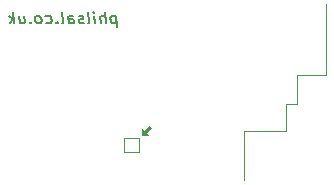
<source format=gbr>
G04 #@! TF.GenerationSoftware,KiCad,Pcbnew,(5.1.5)-3*
G04 #@! TF.CreationDate,2020-05-13T19:19:56+02:00*
G04 #@! TF.ProjectId,STRF,53545246-2e6b-4696-9361-645f70636258,rev?*
G04 #@! TF.SameCoordinates,Original*
G04 #@! TF.FileFunction,Legend,Bot*
G04 #@! TF.FilePolarity,Positive*
%FSLAX46Y46*%
G04 Gerber Fmt 4.6, Leading zero omitted, Abs format (unit mm)*
G04 Created by KiCad (PCBNEW (5.1.5)-3) date 2020-05-13 19:19:56*
%MOMM*%
%LPD*%
G04 APERTURE LIST*
%ADD10C,0.120000*%
%ADD11C,0.100000*%
%ADD12C,0.150000*%
G04 APERTURE END LIST*
D10*
X45900000Y-35925000D02*
X45900000Y-37800000D01*
X45900000Y-35475000D02*
X45900000Y-35925000D01*
D11*
G36*
X34450000Y-37550000D02*
G01*
X34050000Y-37950000D01*
X34200000Y-38100000D01*
X33700000Y-38100000D01*
X33700000Y-37600000D01*
X33850000Y-37750000D01*
X34250000Y-37350000D01*
X34450000Y-37550000D01*
G37*
X34450000Y-37550000D02*
X34050000Y-37950000D01*
X34200000Y-38100000D01*
X33700000Y-38100000D01*
X33700000Y-37600000D01*
X33850000Y-37750000D01*
X34250000Y-37350000D01*
X34450000Y-37550000D01*
D10*
X32200000Y-39550000D02*
X32200000Y-39500000D01*
X33150000Y-39550000D02*
X32200000Y-39550000D01*
X33400000Y-39550000D02*
X33150000Y-39550000D01*
X33400000Y-38700000D02*
X33400000Y-39550000D01*
X33400000Y-38350000D02*
X33400000Y-38700000D01*
X32200000Y-38350000D02*
X33400000Y-38350000D01*
X32200000Y-39500000D02*
X32200000Y-38350000D01*
X42325000Y-37800000D02*
X42325000Y-41900000D01*
X42325000Y-37800000D02*
X42675000Y-37800000D01*
X42700000Y-37800000D02*
X43850000Y-37800000D01*
X45900000Y-37800000D02*
X43850000Y-37800000D01*
X46200000Y-35475000D02*
X45925000Y-35475000D01*
X46825000Y-35475000D02*
X46225000Y-35475000D01*
X46850000Y-35225000D02*
X46850000Y-35475000D01*
X46850000Y-34125000D02*
X46850000Y-35225000D01*
X46850000Y-33000000D02*
X46850000Y-34100000D01*
X47925000Y-33000000D02*
X46850000Y-33000000D01*
X49250000Y-33000000D02*
X47950000Y-33000000D01*
X49250000Y-32250000D02*
X49250000Y-33000000D01*
X49250000Y-27050000D02*
X49250000Y-32225000D01*
D12*
X31466651Y-27985714D02*
X31591651Y-28985714D01*
X31472604Y-28033333D02*
X31371413Y-27985714D01*
X31180937Y-27985714D01*
X31091651Y-28033333D01*
X31049985Y-28080952D01*
X31014270Y-28176190D01*
X31049985Y-28461904D01*
X31109508Y-28557142D01*
X31163080Y-28604761D01*
X31264270Y-28652380D01*
X31454747Y-28652380D01*
X31544032Y-28604761D01*
X30645223Y-28652380D02*
X30520223Y-27652380D01*
X30216651Y-28652380D02*
X30151175Y-28128571D01*
X30186889Y-28033333D01*
X30276175Y-27985714D01*
X30419032Y-27985714D01*
X30520223Y-28033333D01*
X30573794Y-28080952D01*
X29740461Y-28652380D02*
X29657127Y-27985714D01*
X29615461Y-27652380D02*
X29669032Y-27700000D01*
X29627366Y-27747619D01*
X29573794Y-27700000D01*
X29615461Y-27652380D01*
X29627366Y-27747619D01*
X29121413Y-28652380D02*
X29210699Y-28604761D01*
X29246413Y-28509523D01*
X29139270Y-27652380D01*
X28782127Y-28604761D02*
X28692842Y-28652380D01*
X28502366Y-28652380D01*
X28401175Y-28604761D01*
X28341651Y-28509523D01*
X28335699Y-28461904D01*
X28371413Y-28366666D01*
X28460699Y-28319047D01*
X28603556Y-28319047D01*
X28692842Y-28271428D01*
X28728556Y-28176190D01*
X28722604Y-28128571D01*
X28663080Y-28033333D01*
X28561889Y-27985714D01*
X28419032Y-27985714D01*
X28329747Y-28033333D01*
X27502366Y-28652380D02*
X27436889Y-28128571D01*
X27472604Y-28033333D01*
X27561889Y-27985714D01*
X27752366Y-27985714D01*
X27853556Y-28033333D01*
X27496413Y-28604761D02*
X27597604Y-28652380D01*
X27835699Y-28652380D01*
X27924985Y-28604761D01*
X27960699Y-28509523D01*
X27948794Y-28414285D01*
X27889270Y-28319047D01*
X27788080Y-28271428D01*
X27549985Y-28271428D01*
X27448794Y-28223809D01*
X26883318Y-28652380D02*
X26972604Y-28604761D01*
X27008318Y-28509523D01*
X26901175Y-27652380D01*
X26490461Y-28557142D02*
X26448794Y-28604761D01*
X26502366Y-28652380D01*
X26544032Y-28604761D01*
X26490461Y-28557142D01*
X26502366Y-28652380D01*
X25591651Y-28604761D02*
X25692842Y-28652380D01*
X25883318Y-28652380D01*
X25972604Y-28604761D01*
X26014270Y-28557142D01*
X26049985Y-28461904D01*
X26014270Y-28176190D01*
X25954747Y-28080952D01*
X25901175Y-28033333D01*
X25799985Y-27985714D01*
X25609508Y-27985714D01*
X25520223Y-28033333D01*
X25026175Y-28652380D02*
X25115461Y-28604761D01*
X25157127Y-28557142D01*
X25192842Y-28461904D01*
X25157127Y-28176190D01*
X25097604Y-28080952D01*
X25044032Y-28033333D01*
X24942842Y-27985714D01*
X24799985Y-27985714D01*
X24710699Y-28033333D01*
X24669032Y-28080952D01*
X24633318Y-28176190D01*
X24669032Y-28461904D01*
X24728556Y-28557142D01*
X24782127Y-28604761D01*
X24883318Y-28652380D01*
X25026175Y-28652380D01*
X24252366Y-28557142D02*
X24210699Y-28604761D01*
X24264270Y-28652380D01*
X24305937Y-28604761D01*
X24252366Y-28557142D01*
X24264270Y-28652380D01*
X23276175Y-27985714D02*
X23359508Y-28652380D01*
X23704747Y-27985714D02*
X23770223Y-28509523D01*
X23734508Y-28604761D01*
X23645223Y-28652380D01*
X23502366Y-28652380D01*
X23401175Y-28604761D01*
X23347604Y-28557142D01*
X22883318Y-28652380D02*
X22758318Y-27652380D01*
X22740461Y-28271428D02*
X22502366Y-28652380D01*
X22419032Y-27985714D02*
X22847604Y-28366666D01*
M02*

</source>
